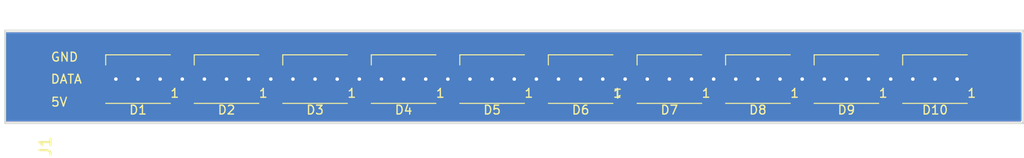
<source format=kicad_pcb>
(kicad_pcb (version 20221018) (generator pcbnew)
  (layers (0 "F.Cu" signal) (31 "B.Cu" signal) (34 "B.Paste" user) (35 "F.Paste" user) (36 "B.SilkS" user "B.Silkscreen") (37 "F.SilkS" user "F.Silkscreen") (38 "B.Mask" user) (39 "F.Mask" user) (44 "Edge.Cuts" user))
  (net 0 "")
  (net 1 "+5V")
  (net 2 "Net-(D1-DOUT)")
  (net 3 "GND")
  (net 4 "Net-(D1-DIN)")
  (net 5 "Net-(D2-DOUT)")
  (net 6 "Net-(D3-DOUT)")
  (net 7 "Net-(D4-DOUT)")
  (net 8 "Net-(D5-DOUT)")
  (net 9 "Net-(D6-DOUT)")
  (net 10 "Net-(D7-DOUT)")
  (net 11 "Net-(D8-DOUT)")
  (net 12 "Net-(D10-DIN)")
  (footprint "KYOCERA:009155003541006-Pad" (layer "F.Cu") (at 32 35 -90)
    (fp_text reference "J1" (at 7.62 -2.54 90) (layer "F.SilkS") (effects (font (size 1.27 1.27) (thickness 0.254))))
    (fp_text value "Conn_01x03_Male" hide)
    (pad "1" smd rect (at -2.54 0) (size 3.5 1.3) (layers "F.Cu" "F.Mask") (net 3 "GND"))
    (pad "2" smd rect (at 0 0) (size 3.5 1.3) (layers "F.Cu" "F.Mask") (net 4 "Net-(D1-DIN)"))
    (pad "3" smd rect (at 2.5 0) (size 3.5 1.3) (layers "F.Cu" "F.Mask") (net 1 "+5V"))
  )
  (footprint "LED_SMD:LED_WS2812B_PLCC4_5.0x5.0mm_P3.2mm" (layer "F.Cu") (at 125.024304 35 180)
    (fp_text reference "D9" (at 0 -3.5) (layer "F.SilkS"))
    (fp_text value "WS2812B")
    (fp_text user "1" (at -4.15 -1.6) (layer "F.SilkS"))
    (fp_line (start -3.65 -2.75) (end 3.65 -2.75) (stroke (width 0.12)) (layer "F.SilkS"))
    (fp_line (start -3.65 2.75) (end 3.65 2.75) (stroke (width 0.12)) (layer "F.SilkS"))
    (fp_line (start 3.65 2.75) (end 3.65 1.6) (stroke (width 0.12)) (layer "F.SilkS"))
    (pad "1" smd rect (at -2.45 -1.6 180) (size 1.5 1) (layers "F.Cu" "F.Paste" "F.Mask") (net 1 "+5V"))
    (pad "2" smd rect (at -2.45 1.6 180) (size 1.5 1) (layers "F.Cu" "F.Paste" "F.Mask") (net 12 "Net-(D10-DIN)"))
    (pad "3" smd rect (at 2.45 1.6 180) (size 1.5 1) (layers "F.Cu" "F.Paste" "F.Mask") (net 3 "GND"))
    (pad "4" smd rect (at 2.45 -1.6 180) (size 1.5 1) (layers "F.Cu" "F.Paste" "F.Mask") (net 11 "Net-(D8-DOUT)"))
  )
  (footprint "LED_SMD:LED_WS2812B_PLCC4_5.0x5.0mm_P3.2mm" (layer "F.Cu") (at 65 35 180)
    (fp_text reference "D3" (at 0 -3.5) (layer "F.SilkS"))
    (fp_text value "WS2812B")
    (fp_text user "1" (at -4.15 -1.6) (layer "F.SilkS"))
    (fp_line (start -3.65 -2.75) (end 3.65 -2.75) (stroke (width 0.12)) (layer "F.SilkS"))
    (fp_line (start -3.65 2.75) (end 3.65 2.75) (stroke (width 0.12)) (layer "F.SilkS"))
    (fp_line (start 3.65 2.75) (end 3.65 1.6) (stroke (width 0.12)) (layer "F.SilkS"))
    (pad "1" smd rect (at -2.45 -1.6 180) (size 1.5 1) (layers "F.Cu" "F.Paste" "F.Mask") (net 1 "+5V"))
    (pad "2" smd rect (at -2.45 1.6 180) (size 1.5 1) (layers "F.Cu" "F.Paste" "F.Mask") (net 6 "Net-(D3-DOUT)"))
    (pad "3" smd rect (at 2.45 1.6 180) (size 1.5 1) (layers "F.Cu" "F.Paste" "F.Mask") (net 3 "GND"))
    (pad "4" smd rect (at 2.45 -1.6 180) (size 1.5 1) (layers "F.Cu" "F.Paste" "F.Mask") (net 5 "Net-(D2-DOUT)"))
  )
  (footprint "LED_SMD:LED_WS2812B_PLCC4_5.0x5.0mm_P3.2mm" (layer "F.Cu") (at 75 35 180)
    (fp_text reference "D4" (at 0 -3.5) (layer "F.SilkS"))
    (fp_text value "WS2812B")
    (fp_text user "1" (at -4.15 -1.6) (layer "F.SilkS"))
    (fp_line (start -3.65 -2.75) (end 3.65 -2.75) (stroke (width 0.12)) (layer "F.SilkS"))
    (fp_line (start -3.65 2.75) (end 3.65 2.75) (stroke (width 0.12)) (layer "F.SilkS"))
    (fp_line (start 3.65 2.75) (end 3.65 1.6) (stroke (width 0.12)) (layer "F.SilkS"))
    (pad "1" smd rect (at -2.45 -1.6 180) (size 1.5 1) (layers "F.Cu" "F.Paste" "F.Mask") (net 1 "+5V"))
    (pad "2" smd rect (at -2.45 1.6 180) (size 1.5 1) (layers "F.Cu" "F.Paste" "F.Mask") (net 7 "Net-(D4-DOUT)"))
    (pad "3" smd rect (at 2.45 1.6 180) (size 1.5 1) (layers "F.Cu" "F.Paste" "F.Mask") (net 3 "GND"))
    (pad "4" smd rect (at 2.45 -1.6 180) (size 1.5 1) (layers "F.Cu" "F.Paste" "F.Mask") (net 6 "Net-(D3-DOUT)"))
  )
  (footprint "LED_SMD:LED_WS2812B_PLCC4_5.0x5.0mm_P3.2mm" (layer "F.Cu") (at 135.024304 35 180)
    (fp_text reference "D10" (at 0 -3.5) (layer "F.SilkS"))
    (fp_text value "WS2812B")
    (fp_text user "1" (at -4.15 -1.6) (layer "F.SilkS"))
    (fp_line (start -3.65 -2.75) (end 3.65 -2.75) (stroke (width 0.12)) (layer "F.SilkS"))
    (fp_line (start -3.65 2.75) (end 3.65 2.75) (stroke (width 0.12)) (layer "F.SilkS"))
    (fp_line (start 3.65 2.75) (end 3.65 1.6) (stroke (width 0.12)) (layer "F.SilkS"))
    (pad "1" smd rect (at -2.45 -1.6 180) (size 1.5 1) (layers "F.Cu" "F.Paste" "F.Mask") (net 1 "+5V"))
    (pad "2" smd rect (at -2.45 1.6 180) (size 1.5 1) (layers "F.Cu" "F.Paste" "F.Mask"))
    (pad "3" smd rect (at 2.45 1.6 180) (size 1.5 1) (layers "F.Cu" "F.Paste" "F.Mask") (net 3 "GND"))
    (pad "4" smd rect (at 2.45 -1.6 180) (size 1.5 1) (layers "F.Cu" "F.Paste" "F.Mask") (net 12 "Net-(D10-DIN)"))
  )
  (footprint "LED_SMD:LED_WS2812B_PLCC4_5.0x5.0mm_P3.2mm" (layer "F.Cu") (at 55 35 180)
    (fp_text reference "D2" (at 0 -3.5) (layer "F.SilkS"))
    (fp_text value "WS2812B")
    (fp_text user "1" (at -4.15 -1.6) (layer "F.SilkS"))
    (fp_line (start -3.65 -2.75) (end 3.65 -2.75) (stroke (width 0.12)) (layer "F.SilkS"))
    (fp_line (start -3.65 2.75) (end 3.65 2.75) (stroke (width 0.12)) (layer "F.SilkS"))
    (fp_line (start 3.65 2.75) (end 3.65 1.6) (stroke (width 0.12)) (layer "F.SilkS"))
    (pad "1" smd rect (at -2.45 -1.6 180) (size 1.5 1) (layers "F.Cu" "F.Paste" "F.Mask") (net 1 "+5V"))
    (pad "2" smd rect (at -2.45 1.6 180) (size 1.5 1) (layers "F.Cu" "F.Paste" "F.Mask") (net 5 "Net-(D2-DOUT)"))
    (pad "3" smd rect (at 2.45 1.6 180) (size 1.5 1) (layers "F.Cu" "F.Paste" "F.Mask") (net 3 "GND"))
    (pad "4" smd rect (at 2.45 -1.6 180) (size 1.5 1) (layers "F.Cu" "F.Paste" "F.Mask") (net 2 "Net-(D1-DOUT)"))
  )
  (footprint "LED_SMD:LED_WS2812B_PLCC4_5.0x5.0mm_P3.2mm" (layer "F.Cu") (at 45 35 180)
    (fp_text reference "D1" (at 0 -3.5) (layer "F.SilkS"))
    (fp_text value "WS2812B")
    (fp_text user "1" (at -4.15 -1.6) (layer "F.SilkS"))
    (fp_line (start -3.65 -2.75) (end 3.65 -2.75) (stroke (width 0.12)) (layer "F.SilkS"))
    (fp_line (start -3.65 2.75) (end 3.65 2.75) (stroke (width 0.12)) (layer "F.SilkS"))
    (fp_line (start 3.65 2.75) (end 3.65 1.6) (stroke (width 0.12)) (layer "F.SilkS"))
    (pad "1" smd rect (at -2.45 -1.6 180) (size 1.5 1) (layers "F.Cu" "F.Paste" "F.Mask") (net 1 "+5V"))
    (pad "2" smd rect (at -2.45 1.6 180) (size 1.5 1) (layers "F.Cu" "F.Paste" "F.Mask") (net 2 "Net-(D1-DOUT)"))
    (pad "3" smd rect (at 2.45 1.6 180) (size 1.5 1) (layers "F.Cu" "F.Paste" "F.Mask") (net 3 "GND"))
    (pad "4" smd rect (at 2.45 -1.6 180) (size 1.5 1) (layers "F.Cu" "F.Paste" "F.Mask") (net 4 "Net-(D1-DIN)"))
  )
  (footprint "LED_SMD:LED_WS2812B_PLCC4_5.0x5.0mm_P3.2mm" (layer "F.Cu") (at 85 35 180)
    (fp_text reference "D5" (at 0 -3.5) (layer "F.SilkS"))
    (fp_text value "WS2812B")
    (fp_text user "1" (at -4.15 -1.6) (layer "F.SilkS"))
    (fp_line (start -3.65 -2.75) (end 3.65 -2.75) (stroke (width 0.12)) (layer "F.SilkS"))
    (fp_line (start -3.65 2.75) (end 3.65 2.75) (stroke (width 0.12)) (layer "F.SilkS"))
    (fp_line (start 3.65 2.75) (end 3.65 1.6) (stroke (width 0.12)) (layer "F.SilkS"))
    (pad "1" smd rect (at -2.45 -1.6 180) (size 1.5 1) (layers "F.Cu" "F.Paste" "F.Mask") (net 1 "+5V"))
    (pad "2" smd rect (at -2.45 1.6 180) (size 1.5 1) (layers "F.Cu" "F.Paste" "F.Mask") (net 8 "Net-(D5-DOUT)"))
    (pad "3" smd rect (at 2.45 1.6 180) (size 1.5 1) (layers "F.Cu" "F.Paste" "F.Mask") (net 3 "GND"))
    (pad "4" smd rect (at 2.45 -1.6 180) (size 1.5 1) (layers "F.Cu" "F.Paste" "F.Mask") (net 7 "Net-(D4-DOUT)"))
  )
  (footprint "LED_SMD:LED_WS2812B_PLCC4_5.0x5.0mm_P3.2mm" (layer "F.Cu") (at 105.024304 35 180)
    (fp_text reference "D7" (at 0 -3.5) (layer "F.SilkS"))
    (fp_text value "WS2812B")
    (fp_text user "1" (at -4.15 -1.6) (layer "F.SilkS"))
    (fp_line (start -3.65 -2.75) (end 3.65 -2.75) (stroke (width 0.12)) (layer "F.SilkS"))
    (fp_line (start -3.65 2.75) (end 3.65 2.75) (stroke (width 0.12)) (layer "F.SilkS"))
    (fp_line (start 3.65 2.75) (end 3.65 1.6) (stroke (width 0.12)) (layer "F.SilkS"))
    (pad "1" smd rect (at -2.45 -1.6 180) (size 1.5 1) (layers "F.Cu" "F.Paste" "F.Mask") (net 1 "+5V"))
    (pad "2" smd rect (at -2.45 1.6 180) (size 1.5 1) (layers "F.Cu" "F.Paste" "F.Mask") (net 10 "Net-(D7-DOUT)"))
    (pad "3" smd rect (at 2.45 1.6 180) (size 1.5 1) (layers "F.Cu" "F.Paste" "F.Mask") (net 3 "GND"))
    (pad "4" smd rect (at 2.45 -1.6 180) (size 1.5 1) (layers "F.Cu" "F.Paste" "F.Mask") (net 9 "Net-(D6-DOUT)"))
  )
  (footprint "LED_SMD:LED_WS2812B_PLCC4_5.0x5.0mm_P3.2mm" (layer "F.Cu") (at 115.024304 35 180)
    (fp_text reference "D8" (at 0 -3.5) (layer "F.SilkS"))
    (fp_text value "WS2812B")
    (fp_text user "1" (at -4.15 -1.6) (layer "F.SilkS"))
    (fp_line (start -3.65 -2.75) (end 3.65 -2.75) (stroke (width 0.12)) (layer "F.SilkS"))
    (fp_line (start -3.65 2.75) (end 3.65 2.75) (stroke (width 0.12)) (layer "F.SilkS"))
    (fp_line (start 3.65 2.75) (end 3.65 1.6) (stroke (width 0.12)) (layer "F.SilkS"))
    (pad "1" smd rect (at -2.45 -1.6 180) (size 1.5 1) (layers "F.Cu" "F.Paste" "F.Mask") (net 1 "+5V"))
    (pad "2" smd rect (at -2.45 1.6 180) (size 1.5 1) (layers "F.Cu" "F.Paste" "F.Mask") (net 11 "Net-(D8-DOUT)"))
    (pad "3" smd rect (at 2.45 1.6 180) (size 1.5 1) (layers "F.Cu" "F.Paste" "F.Mask") (net 3 "GND"))
    (pad "4" smd rect (at 2.45 -1.6 180) (size 1.5 1) (layers "F.Cu" "F.Paste" "F.Mask") (net 10 "Net-(D7-DOUT)"))
  )
  (footprint "LED_SMD:LED_WS2812B_PLCC4_5.0x5.0mm_P3.2mm" (layer "F.Cu") (at 95 35 180)
    (fp_text reference "D6" (at 0 -3.5) (layer "F.SilkS"))
    (fp_text value "WS2812B")
    (fp_text user "1" (at -4.15 -1.6) (layer "F.SilkS"))
    (fp_line (start -3.65 -2.75) (end 3.65 -2.75) (stroke (width 0.12)) (layer "F.SilkS"))
    (fp_line (start -3.65 2.75) (end 3.65 2.75) (stroke (width 0.12)) (layer "F.SilkS"))
    (fp_line (start 3.65 2.75) (end 3.65 1.6) (stroke (width 0.12)) (layer "F.SilkS"))
    (pad "1" smd rect (at -2.45 -1.6 180) (size 1.5 1) (layers "F.Cu" "F.Paste" "F.Mask") (net 1 "+5V"))
    (pad "2" smd rect (at -2.45 1.6 180) (size 1.5 1) (layers "F.Cu" "F.Paste" "F.Mask") (net 9 "Net-(D6-DOUT)"))
    (pad "3" smd rect (at 2.45 1.6 180) (size 1.5 1) (layers "F.Cu" "F.Paste" "F.Mask") (net 3 "GND"))
    (pad "4" smd rect (at 2.45 -1.6 180) (size 1.5 1) (layers "F.Cu" "F.Paste" "F.Mask") (net 8 "Net-(D5-DOUT)"))
  )
  (gr_rect (start 30 29.5) (end 145 40) (stroke (width 0.2)) (fill none) (layer "Edge.Cuts"))
  (gr_text "DATA" (at 36.9 35) (layer "F.SilkS") (effects (font (size 1 1))))
  (gr_text "1" (at 99.174304 36.6 -180) (layer "F.SilkS") (effects (font (size 1 1))))
  (gr_text "GND" (at 36.7 32.5) (layer "F.SilkS") (effects (font (size 1 1))))
  (gr_text "5V" (at 36.1 37.6) (layer "F.SilkS") (effects (font (size 1 1))))
  (segment (start 46.500489 37.549511) (end 32.049511 37.549511) (width 0.5) (layer "F.Cu") (net 1))
  (segment (start 66.500489 37.549511) (end 58.399511 37.549511) (width 0.5) (layer "F.Cu") (net 1))
  (segment (start 77.45 36.6) (end 76.500489 37.549511) (width 0.5) (layer "F.Cu") (net 1))
  (segment (start 96.500489 37.549511) (end 88.399511 37.549511) (width 0.5) (layer "F.Cu") (net 1))
  (segment (start 56.500489 37.549511) (end 48.399511 37.549511) (width 0.5) (layer "F.Cu") (net 1))
  (segment (start 67.45 36.6) (end 66.500489 37.549511) (width 0.5) (layer "F.Cu") (net 1))
  (segment (start 98.423815 37.549511) (end 97.474304 36.6) (width 0.5) (layer "F.Cu") (net 1))
  (segment (start 88.399511 37.549511) (end 87.45 36.6) (width 0.5) (layer "F.Cu") (net 1))
  (segment (start 47.45 36.6) (end 46.500489 37.549511) (width 0.5) (layer "F.Cu") (net 1))
  (segment (start 126.524793 37.549511) (end 118.423815 37.549511) (width 0.5) (layer "F.Cu") (net 1))
  (segment (start 127.474304 36.6) (end 126.524793 37.549511) (width 0.5) (layer "F.Cu") (net 1))
  (segment (start 137.474304 36.6) (end 136.524793 37.549511) (width 0.5) (layer "F.Cu") (net 1))
  (segment (start 58.399511 37.549511) (end 57.45 36.6) (width 0.5) (layer "F.Cu") (net 1))
  (segment (start 106.524793 37.549511) (end 98.423815 37.549511) (width 0.5) (layer "F.Cu") (net 1))
  (segment (start 116.524793 37.549511) (end 108.423815 37.549511) (width 0.5) (layer "F.Cu") (net 1))
  (segment (start 97.45 36.6) (end 96.500489 37.549511) (width 0.5) (layer "F.Cu") (net 1))
  (segment (start 32.049511 37.549511) (end 32 37.5) (width 0.5) (layer "F.Cu") (net 1))
  (segment (start 78.399511 37.549511) (end 77.45 36.6) (width 0.5) (layer "F.Cu") (net 1))
  (segment (start 86.500489 37.549511) (end 78.399511 37.549511) (width 0.5) (layer "F.Cu") (net 1))
  (segment (start 76.500489 37.549511) (end 68.399511 37.549511) (width 0.5) (layer "F.Cu") (net 1))
  (segment (start 68.399511 37.549511) (end 67.45 36.6) (width 0.5) (layer "F.Cu") (net 1))
  (segment (start 48.399511 37.549511) (end 47.45 36.6) (width 0.5) (layer "F.Cu") (net 1))
  (segment (start 108.423815 37.549511) (end 107.474304 36.6) (width 0.5) (layer "F.Cu") (net 1))
  (segment (start 87.45 36.6) (end 86.500489 37.549511) (width 0.5) (layer "F.Cu") (net 1))
  (segment (start 117.474304 36.6) (end 116.524793 37.549511) (width 0.5) (layer "F.Cu") (net 1))
  (segment (start 107.474304 36.6) (end 106.524793 37.549511) (width 0.5) (layer "F.Cu") (net 1))
  (segment (start 136.524793 37.549511) (end 128.423815 37.549511) (width 0.5) (layer "F.Cu") (net 1))
  (segment (start 118.423815 37.549511) (end 117.474304 36.6) (width 0.5) (layer "F.Cu") (net 1))
  (segment (start 128.423815 37.549511) (end 127.474304 36.6) (width 0.5) (layer "F.Cu") (net 1))
  (segment (start 57.45 36.6) (end 56.500489 37.549511) (width 0.5) (layer "F.Cu") (net 1))
  (segment (start 52.55 36.348609) (end 52.55 36.6) (width 0.5) (layer "F.Cu") (net 2))
  (segment (start 49.601391 33.4) (end 52.55 36.348609) (width 0.5) (layer "F.Cu") (net 2))
  (segment (start 47.45 33.4) (end 49.601391 33.4) (width 0.5) (layer "F.Cu") (net 2))
  (via (at 105.024304 35) (size 0.8) (drill 0.4) (layers "F.Cu" "B.Cu") (net 3))
  (via (at 132.524304 35) (size 0.8) (drill 0.4) (layers "F.Cu" "B.Cu") (net 3))
  (via (at 80 35) (size 0.8) (drill 0.4) (layers "F.Cu" "B.Cu") (net 3))
  (via (at 97.5 35) (size 0.8) (drill 0.4) (layers "F.Cu" "B.Cu") (net 3))
  (via (at 42.5 35) (size 0.8) (drill 0.4) (layers "F.Cu" "B.Cu") (net 3))
  (via (at 65 35) (size 0.8) (drill 0.4) (layers "F.Cu" "B.Cu") (net 3))
  (via (at 75 35) (size 0.8) (drill 0.4) (layers "F.Cu" "B.Cu") (net 3))
  (via (at 85 35) (size 0.8) (drill 0.4) (layers "F.Cu" "B.Cu") (net 3))
  (via (at 90 35) (size 0.8) (drill 0.4) (layers "F.Cu" "B.Cu") (net 3))
  (via (at 55 35) (size 0.8) (drill 0.4) (layers "F.Cu" "B.Cu") (net 3))
  (via (at 62.5 35) (size 0.8) (drill 0.4) (layers "F.Cu" "B.Cu") (net 3))
  (via (at 100.024304 35) (size 0.8) (drill 0.4) (layers "F.Cu" "B.Cu") (net 3))
  (via (at 122.524304 35) (size 0.8) (drill 0.4) (layers "F.Cu" "B.Cu") (net 3))
  (via (at 72.5 35) (size 0.8) (drill 0.4) (layers "F.Cu" "B.Cu") (net 3))
  (via (at 45 35) (size 0.8) (drill 0.4) (layers "F.Cu" "B.Cu") (net 3))
  (via (at 50 35) (size 0.8) (drill 0.4) (layers "F.Cu" "B.Cu") (net 3))
  (via (at 117.524304 35) (size 0.8) (drill 0.4) (layers "F.Cu" "B.Cu") (net 3))
  (via (at 120.024304 35) (size 0.8) (drill 0.4) (layers "F.Cu" "B.Cu") (net 3))
  (via (at 135.024304 35) (size 0.8) (drill 0.4) (layers "F.Cu" "B.Cu") (net 3))
  (via (at 77.5 35) (size 0.8) (drill 0.4) (layers "F.Cu" "B.Cu") (net 3))
  (via (at 82.5 35) (size 0.8) (drill 0.4) (layers "F.Cu" "B.Cu") (net 3))
  (via (at 115.024304 35) (size 0.8) (drill 0.4) (layers "F.Cu" "B.Cu") (net 3))
  (via (at 92.5 35) (size 0.8) (drill 0.4) (layers "F.Cu" "B.Cu") (net 3))
  (via (at 60 35) (size 0.8) (drill 0.4) (layers "F.Cu" "B.Cu") (net 3))
  (via (at 127.524304 35) (size 0.8) (drill 0.4) (layers "F.Cu" "B.Cu") (net 3))
  (via (at 107.524304 35) (size 0.8) (drill 0.4) (layers "F.Cu" "B.Cu") (net 3))
  (via (at 95 35) (size 0.8) (drill 0.4) (layers "F.Cu" "B.Cu") (net 3))
  (via (at 87.5 35) (size 0.8) (drill 0.4) (layers "F.Cu" "B.Cu") (net 3))
  (via (at 137.524304 35) (size 0.8) (drill 0.4) (layers "F.Cu" "B.Cu") (net 3))
  (via (at 52.5 35) (size 0.8) (drill 0.4) (layers "F.Cu" "B.Cu") (net 3))
  (via (at 47.5 35) (size 0.8) (drill 0.4) (layers "F.Cu" "B.Cu") (net 3))
  (via (at 70 35) (size 0.8) (drill 0.4) (layers "F.Cu" "B.Cu") (net 3))
  (via (at 102.524304 35) (size 0.8) (drill 0.4) (layers "F.Cu" "B.Cu") (net 3))
  (via (at 110.024304 35) (size 0.8) (drill 0.4) (layers "F.Cu" "B.Cu") (net 3))
  (via (at 57.5 35) (size 0.8) (drill 0.4) (layers "F.Cu" "B.Cu") (net 3))
  (via (at 67.5 35) (size 0.8) (drill 0.4) (layers "F.Cu" "B.Cu") (net 3))
  (via (at 130.024304 35) (size 0.8) (drill 0.4) (layers "F.Cu" "B.Cu") (net 3))
  (via (at 112.524304 35) (size 0.8) (drill 0.4) (layers "F.Cu" "B.Cu") (net 3))
  (via (at 125.024304 35) (size 0.8) (drill 0.4) (layers "F.Cu" "B.Cu") (net 3))
  (segment (start 34.7 36.6) (end 42.55 36.6) (width 0.5) (layer "F.Cu") (net 4))
  (segment (start 33.1 35) (end 34.7 36.6) (width 0.5) (layer "F.Cu") (net 4))
  (segment (start 32 35) (end 33.1 35) (width 0.5) (layer "F.Cu") (net 4))
  (segment (start 62.55 36.348609) (end 62.55 36.6) (width 0.5) (layer "F.Cu") (net 5))
  (segment (start 59.601391 33.4) (end 62.55 36.348609) (width 0.5) (layer "F.Cu") (net 5))
  (segment (start 57.45 33.4) (end 59.601391 33.4) (width 0.5) (layer "F.Cu") (net 5))
  (segment (start 72.55 36.251391) (end 72.55 36.6) (width 0.5) (layer "F.Cu") (net 6))
  (segment (start 67.45 33.4) (end 69.698609 33.4) (width 0.5) (layer "F.Cu") (net 6))
  (segment (start 69.698609 33.4) (end 72.55 36.251391) (width 0.5) (layer "F.Cu") (net 6))
  (segment (start 77.45 33.4) (end 79.698609 33.4) (width 0.5) (layer "F.Cu") (net 7))
  (segment (start 82.55 36.251391) (end 82.55 36.6) (width 0.5) (layer "F.Cu") (net 7))
  (segment (start 79.698609 33.4) (end 82.55 36.251391) (width 0.5) (layer "F.Cu") (net 7))
  (segment (start 87.45 33.4) (end 89.601391 33.4) (width 0.5) (layer "F.Cu") (net 8))
  (segment (start 89.601391 33.4) (end 92.55 36.348609) (width 0.5) (layer "F.Cu") (net 8))
  (segment (start 92.55 36.348609) (end 92.55 36.6) (width 0.5) (layer "F.Cu") (net 8))
  (segment (start 97.474304 33.4) (end 99.625695 33.4) (width 0.5) (layer "F.Cu") (net 9))
  (segment (start 102.574304 36.348609) (end 102.574304 36.6) (width 0.5) (layer "F.Cu") (net 9))
  (segment (start 99.625695 33.4) (end 102.574304 36.348609) (width 0.5) (layer "F.Cu") (net 9))
  (segment (start 109.722913 33.4) (end 112.574304 36.251391) (width 0.5) (layer "F.Cu") (net 10))
  (segment (start 107.474304 33.4) (end 109.722913 33.4) (width 0.5) (layer "F.Cu") (net 10))
  (segment (start 112.574304 36.251391) (end 112.574304 36.6) (width 0.5) (layer "F.Cu") (net 10))
  (segment (start 119.722913 33.4) (end 122.574304 36.251391) (width 0.5) (layer "F.Cu") (net 11))
  (segment (start 122.574304 36.251391) (end 122.574304 36.6) (width 0.5) (layer "F.Cu") (net 11))
  (segment (start 117.474304 33.4) (end 119.722913 33.4) (width 0.5) (layer "F.Cu") (net 11))
  (segment (start 127.474304 33.4) (end 129.625695 33.4) (width 0.5) (layer "F.Cu") (net 12))
  (segment (start 129.625695 33.4) (end 132.574304 36.348609) (width 0.5) (layer "F.Cu") (net 12))
  (segment (start 132.574304 36.348609) (end 132.574304 36.6) (width 0.5) (layer "F.Cu") (net 12))
  (zone (net 3) (net_name "GND") (layers "F&B.Cu") (connect_pads (clearance 0.508)) (min_thickness 0.254) (fill yes (thermal_gap 0.508) (thermal_bridge_width 0.508))
    (polygon (pts (xy 144.8 39.8) (xy 30 39.8) (xy 30 29.7) (xy 144.8 29.7)))
  )
)
</source>
